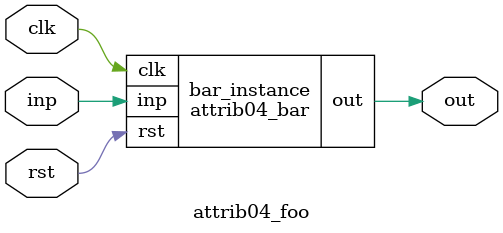
<source format=v>
module attrib04_bar(clk, rst, inp, out);
  input  wire clk;
  input  wire rst;
  input  wire inp;
  output reg  out;

  (* this_is_a_prescaler *)
  reg [7:0] counter;

  (* temp_wire *)
  wire out_val;

  always @(posedge clk)
    counter <= counter + 1;

  assign out_val = inp ^ counter[4];

  always @(posedge clk)
    if (rst) out <= 1'd0;
    else     out <= out_val;

endmodule

module attrib04_foo(clk, rst, inp, out);
  input  wire clk;
  input  wire rst;
  input  wire inp;
  output wire out;

  attrib04_bar bar_instance (clk, rst, inp, out);
endmodule


</source>
